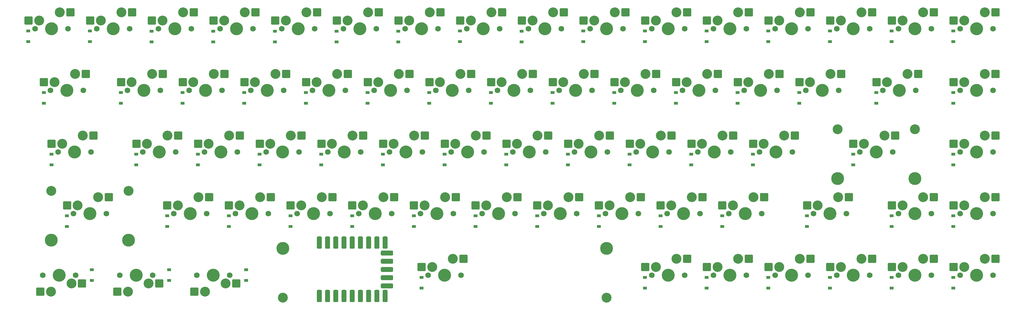
<source format=gbs>
%TF.GenerationSoftware,KiCad,Pcbnew,(6.0.11-0)*%
%TF.CreationDate,2023-07-19T11:20:52+01:00*%
%TF.ProjectId,keybird,6b657962-6972-4642-9e6b-696361645f70,0.3*%
%TF.SameCoordinates,Original*%
%TF.FileFunction,Soldermask,Bot*%
%TF.FilePolarity,Negative*%
%FSLAX46Y46*%
G04 Gerber Fmt 4.6, Leading zero omitted, Abs format (unit mm)*
G04 Created by KiCad (PCBNEW (6.0.11-0)) date 2023-07-19 11:20:52*
%MOMM*%
%LPD*%
G01*
G04 APERTURE LIST*
G04 Aperture macros list*
%AMRoundRect*
0 Rectangle with rounded corners*
0 $1 Rounding radius*
0 $2 $3 $4 $5 $6 $7 $8 $9 X,Y pos of 4 corners*
0 Add a 4 corners polygon primitive as box body*
4,1,4,$2,$3,$4,$5,$6,$7,$8,$9,$2,$3,0*
0 Add four circle primitives for the rounded corners*
1,1,$1+$1,$2,$3*
1,1,$1+$1,$4,$5*
1,1,$1+$1,$6,$7*
1,1,$1+$1,$8,$9*
0 Add four rect primitives between the rounded corners*
20,1,$1+$1,$2,$3,$4,$5,0*
20,1,$1+$1,$4,$5,$6,$7,0*
20,1,$1+$1,$6,$7,$8,$9,0*
20,1,$1+$1,$8,$9,$2,$3,0*%
G04 Aperture macros list end*
%ADD10C,4.000000*%
%ADD11C,1.750000*%
%ADD12C,3.050000*%
%ADD13RoundRect,0.250000X-1.025000X-1.000000X1.025000X-1.000000X1.025000X1.000000X-1.025000X1.000000X0*%
%ADD14C,3.987800*%
%ADD15C,3.048000*%
%ADD16RoundRect,0.250000X1.025000X1.000000X-1.025000X1.000000X-1.025000X-1.000000X1.025000X-1.000000X0*%
%ADD17R,1.200000X0.900000*%
%ADD18RoundRect,0.396875X0.396875X-1.508125X0.396875X1.508125X-0.396875X1.508125X-0.396875X-1.508125X0*%
%ADD19RoundRect,0.396875X-1.508125X-0.396875X1.508125X-0.396875X1.508125X0.396875X-1.508125X0.396875X0*%
G04 APERTURE END LIST*
D10*
%TO.C,SW67*%
X290512500Y-80962500D03*
D11*
X295592500Y-80962500D03*
D12*
X293052500Y-75882500D03*
X286702500Y-78422500D03*
D11*
X285432500Y-80962500D03*
D13*
X283427500Y-78422500D03*
X296354500Y-75882500D03*
%TD*%
D10*
%TO.C,SW30*%
X52387500Y-42862500D03*
D11*
X57467500Y-42862500D03*
D12*
X54927500Y-37782500D03*
X48577500Y-40322500D03*
D11*
X47307500Y-42862500D03*
D13*
X45302500Y-40322500D03*
X58229500Y-37782500D03*
%TD*%
D10*
%TO.C,SW17*%
X309562500Y-23812500D03*
D11*
X314642500Y-23812500D03*
D12*
X312102500Y-18732500D03*
X305752500Y-21272500D03*
D11*
X304482500Y-23812500D03*
D13*
X302477500Y-21272500D03*
X315404500Y-18732500D03*
%TD*%
D10*
%TO.C,SW53*%
X152400000Y-61912500D03*
D11*
X157480000Y-61912500D03*
D12*
X154940000Y-56832500D03*
X148590000Y-59372500D03*
D11*
X147320000Y-61912500D03*
D13*
X145315000Y-59372500D03*
X158242000Y-56832500D03*
%TD*%
D10*
%TO.C,SW12*%
X119062500Y-23812500D03*
D11*
X124142500Y-23812500D03*
D12*
X121602500Y-18732500D03*
X115252500Y-21272500D03*
D11*
X113982500Y-23812500D03*
D13*
X111977500Y-21272500D03*
X124904500Y-18732500D03*
%TD*%
D10*
%TO.C,SW11*%
X80962500Y-23812500D03*
D11*
X86042500Y-23812500D03*
D12*
X83502500Y-18732500D03*
X77152500Y-21272500D03*
D11*
X75882500Y-23812500D03*
D13*
X73877500Y-21272500D03*
X86804500Y-18732500D03*
%TD*%
D10*
%TO.C,SW25*%
X223837500Y-42862500D03*
D11*
X228917500Y-42862500D03*
D12*
X226377500Y-37782500D03*
X220027500Y-40322500D03*
D11*
X218757500Y-42862500D03*
D13*
X216752500Y-40322500D03*
X229679500Y-37782500D03*
%TD*%
D10*
%TO.C,SW84*%
X214312500Y-100012500D03*
D11*
X219392500Y-100012500D03*
D12*
X216852500Y-94932500D03*
X210502500Y-97472500D03*
D11*
X209232500Y-100012500D03*
D13*
X207227500Y-97472500D03*
X220154500Y-94932500D03*
%TD*%
D10*
%TO.C,SW01*%
X61912500Y-23812500D03*
D11*
X66992500Y-23812500D03*
D12*
X64452500Y-18732500D03*
X58102500Y-21272500D03*
D11*
X56832500Y-23812500D03*
D13*
X54827500Y-21272500D03*
X67754500Y-18732500D03*
%TD*%
D10*
%TO.C,SW07*%
X290512500Y-23812500D03*
D11*
X295592500Y-23812500D03*
D12*
X293052500Y-18732500D03*
X286702500Y-21272500D03*
D11*
X285432500Y-23812500D03*
D13*
X283427500Y-21272500D03*
X296354500Y-18732500D03*
%TD*%
D10*
%TO.C,SW10*%
X42862500Y-23812500D03*
D11*
X47942500Y-23812500D03*
D12*
X45402500Y-18732500D03*
X39052500Y-21272500D03*
D11*
X37782500Y-23812500D03*
D13*
X35777500Y-21272500D03*
X48704500Y-18732500D03*
%TD*%
D10*
%TO.C,SW06*%
X252412500Y-23812500D03*
D11*
X257492500Y-23812500D03*
D12*
X254952500Y-18732500D03*
X248602500Y-21272500D03*
D11*
X247332500Y-23812500D03*
D13*
X245327500Y-21272500D03*
X258254500Y-18732500D03*
%TD*%
D12*
%TO.C,SW20*%
X31115000Y-37782500D03*
D10*
X28575000Y-42862500D03*
D11*
X23495000Y-42862500D03*
X33655000Y-42862500D03*
D12*
X24765000Y-40322500D03*
D13*
X21490000Y-40322500D03*
X34417000Y-37782500D03*
%TD*%
D10*
%TO.C,SW83*%
X145256250Y-100012500D03*
D12*
X147796250Y-94932500D03*
D11*
X140176250Y-100012500D03*
D12*
X141446250Y-97472500D03*
D11*
X150336250Y-100012500D03*
D13*
X138171250Y-97472500D03*
X151098250Y-94932500D03*
%TD*%
D12*
%TO.C,SW56*%
X274796250Y-59372500D03*
D10*
X278606250Y-61912500D03*
D12*
X281146250Y-56832500D03*
D11*
X273526250Y-61912500D03*
X283686250Y-61912500D03*
D13*
X271521250Y-59372500D03*
X284448250Y-56832500D03*
%TD*%
D10*
%TO.C,SW31*%
X90487500Y-42862500D03*
D11*
X95567500Y-42862500D03*
D12*
X93027500Y-37782500D03*
X86677500Y-40322500D03*
D11*
X85407500Y-42862500D03*
D13*
X83402500Y-40322500D03*
X96329500Y-37782500D03*
%TD*%
D10*
%TO.C,SW00*%
X23812500Y-23812500D03*
D11*
X28892500Y-23812500D03*
D12*
X26352500Y-18732500D03*
X20002500Y-21272500D03*
D11*
X18732500Y-23812500D03*
D13*
X16727500Y-21272500D03*
X29654500Y-18732500D03*
%TD*%
D10*
%TO.C,SW34*%
X204787500Y-42862500D03*
D11*
X209867500Y-42862500D03*
D12*
X207327500Y-37782500D03*
X200977500Y-40322500D03*
D11*
X199707500Y-42862500D03*
D13*
X197702500Y-40322500D03*
X210629500Y-37782500D03*
%TD*%
D10*
%TO.C,SW05*%
X214312500Y-23812500D03*
D11*
X219392500Y-23812500D03*
D12*
X216852500Y-18732500D03*
X210502500Y-21272500D03*
D11*
X209232500Y-23812500D03*
D13*
X207227500Y-21272500D03*
X220154500Y-18732500D03*
%TD*%
D10*
%TO.C,SW27*%
X309562500Y-42862500D03*
D11*
X314642500Y-42862500D03*
D12*
X312102500Y-37782500D03*
X305752500Y-40322500D03*
D11*
X304482500Y-42862500D03*
D13*
X302477500Y-40322500D03*
X315404500Y-37782500D03*
%TD*%
D10*
%TO.C,SW61*%
X85725000Y-80962500D03*
D11*
X90805000Y-80962500D03*
D12*
X88265000Y-75882500D03*
X81915000Y-78422500D03*
D11*
X80645000Y-80962500D03*
D13*
X78640000Y-78422500D03*
X91567000Y-75882500D03*
%TD*%
D10*
%TO.C,SW76*%
X271462728Y-100012584D03*
D11*
X276542728Y-100012584D03*
D12*
X274002728Y-94932584D03*
X267652728Y-97472584D03*
D11*
X266382728Y-100012584D03*
D13*
X264377728Y-97472584D03*
X277304728Y-94932584D03*
%TD*%
D11*
%TO.C,SW50*%
X36036250Y-61912500D03*
D12*
X27146250Y-59372500D03*
D10*
X30956250Y-61912500D03*
D11*
X25876250Y-61912500D03*
D12*
X33496250Y-56832500D03*
D13*
X23871250Y-59372500D03*
X36798250Y-56832500D03*
%TD*%
D10*
%TO.C,SW44*%
X209550000Y-61912500D03*
D11*
X214630000Y-61912500D03*
D12*
X212090000Y-56832500D03*
X205740000Y-59372500D03*
D11*
X204470000Y-61912500D03*
D13*
X202465000Y-59372500D03*
X215392000Y-56832500D03*
%TD*%
D10*
%TO.C,SW86*%
X252412500Y-100012500D03*
D11*
X257492500Y-100012500D03*
D12*
X254952500Y-94932500D03*
X248602500Y-97472500D03*
D11*
X247332500Y-100012500D03*
D13*
X245327500Y-97472500D03*
X258254500Y-94932500D03*
%TD*%
D14*
%TO.C,ST_SPACE*%
X195256250Y-91787500D03*
D15*
X95256250Y-106997500D03*
D14*
X95256250Y-91787500D03*
D15*
X195256250Y-106997500D03*
%TD*%
D10*
%TO.C,SW40*%
X57150000Y-61912500D03*
D11*
X62230000Y-61912500D03*
D12*
X59690000Y-56832500D03*
X53340000Y-59372500D03*
D11*
X52070000Y-61912500D03*
D13*
X50065000Y-59372500D03*
X62992000Y-56832500D03*
%TD*%
D12*
%TO.C,SW60*%
X31908750Y-78422500D03*
D10*
X35718750Y-80962500D03*
D12*
X38258750Y-75882500D03*
D11*
X30638750Y-80962500D03*
X40798750Y-80962500D03*
D13*
X28633750Y-78422500D03*
X41560750Y-75882500D03*
%TD*%
D10*
%TO.C,SW03*%
X138112500Y-23812500D03*
D11*
X143192500Y-23812500D03*
D12*
X140652500Y-18732500D03*
X134302500Y-21272500D03*
D11*
X133032500Y-23812500D03*
D13*
X131027500Y-21272500D03*
X143954500Y-18732500D03*
%TD*%
D10*
%TO.C,SW33*%
X166687500Y-42862500D03*
D11*
X171767500Y-42862500D03*
D12*
X169227500Y-37782500D03*
X162877500Y-40322500D03*
D11*
X161607500Y-42862500D03*
D13*
X159602500Y-40322500D03*
X172529500Y-37782500D03*
%TD*%
D10*
%TO.C,SW42*%
X133350000Y-61912500D03*
D11*
X138430000Y-61912500D03*
D12*
X135890000Y-56832500D03*
X129540000Y-59372500D03*
D11*
X128270000Y-61912500D03*
D13*
X126265000Y-59372500D03*
X139192000Y-56832500D03*
%TD*%
D10*
%TO.C,SW21*%
X71437500Y-42862500D03*
D11*
X76517500Y-42862500D03*
D12*
X73977500Y-37782500D03*
X67627500Y-40322500D03*
D11*
X66357500Y-42862500D03*
D13*
X64352500Y-40322500D03*
X77279500Y-37782500D03*
%TD*%
D14*
%TO.C,ST_SHIFT*%
X47656750Y-89187500D03*
X23780750Y-89187500D03*
D15*
X23780750Y-73977500D03*
X47656750Y-73977500D03*
%TD*%
D10*
%TO.C,SW23*%
X147637500Y-42862500D03*
D11*
X152717500Y-42862500D03*
D12*
X150177500Y-37782500D03*
X143827500Y-40322500D03*
D11*
X142557500Y-42862500D03*
D13*
X140552500Y-40322500D03*
X153479500Y-37782500D03*
%TD*%
D12*
%TO.C,SW36*%
X288290000Y-37782500D03*
D10*
X285750000Y-42862500D03*
D11*
X280670000Y-42862500D03*
X290830000Y-42862500D03*
D12*
X281940000Y-40322500D03*
D13*
X278665000Y-40322500D03*
X291592000Y-37782500D03*
%TD*%
D10*
%TO.C,SW43*%
X171450000Y-61912500D03*
D11*
X176530000Y-61912500D03*
D12*
X173990000Y-56832500D03*
X167640000Y-59372500D03*
D11*
X166370000Y-61912500D03*
D13*
X164365000Y-59372500D03*
X177292000Y-56832500D03*
%TD*%
D10*
%TO.C,SW35*%
X242887500Y-42862500D03*
D11*
X247967500Y-42862500D03*
D12*
X245427500Y-37782500D03*
X239077500Y-40322500D03*
D11*
X237807500Y-42862500D03*
D13*
X235802500Y-40322500D03*
X248729500Y-37782500D03*
%TD*%
D10*
%TO.C,SW41*%
X95250000Y-61912500D03*
D11*
X100330000Y-61912500D03*
D12*
X97790000Y-56832500D03*
X91440000Y-59372500D03*
D11*
X90170000Y-61912500D03*
D13*
X88165000Y-59372500D03*
X101092000Y-56832500D03*
%TD*%
D10*
%TO.C,SW63*%
X161925000Y-80962500D03*
D11*
X167005000Y-80962500D03*
D12*
X164465000Y-75882500D03*
X158115000Y-78422500D03*
D11*
X156845000Y-80962500D03*
D13*
X154840000Y-78422500D03*
X167767000Y-75882500D03*
%TD*%
D10*
%TO.C,SW65*%
X238125000Y-80962500D03*
D11*
X243205000Y-80962500D03*
D12*
X240665000Y-75882500D03*
X234315000Y-78422500D03*
D11*
X233045000Y-80962500D03*
D13*
X231040000Y-78422500D03*
X243967000Y-75882500D03*
%TD*%
D10*
%TO.C,SW47*%
X309562500Y-61912500D03*
D11*
X314642500Y-61912500D03*
D12*
X312102500Y-56832500D03*
X305752500Y-59372500D03*
D11*
X304482500Y-61912500D03*
D13*
X302477500Y-59372500D03*
X315404500Y-56832500D03*
%TD*%
D10*
%TO.C,SW54*%
X190500000Y-61912500D03*
D11*
X195580000Y-61912500D03*
D12*
X193040000Y-56832500D03*
X186690000Y-59372500D03*
D11*
X185420000Y-61912500D03*
D13*
X183415000Y-59372500D03*
X196342000Y-56832500D03*
%TD*%
D10*
%TO.C,SW52*%
X114300000Y-61912500D03*
D11*
X119380000Y-61912500D03*
D12*
X116840000Y-56832500D03*
X110490000Y-59372500D03*
D11*
X109220000Y-61912500D03*
D13*
X107215000Y-59372500D03*
X120142000Y-56832500D03*
%TD*%
D10*
%TO.C,SW26*%
X261937500Y-42862500D03*
D11*
X267017500Y-42862500D03*
D12*
X264477500Y-37782500D03*
X258127500Y-40322500D03*
D11*
X256857500Y-42862500D03*
D13*
X254852500Y-40322500D03*
X267779500Y-37782500D03*
%TD*%
D10*
%TO.C,SW22*%
X109537500Y-42862500D03*
D11*
X114617500Y-42862500D03*
D12*
X112077500Y-37782500D03*
X105727500Y-40322500D03*
D11*
X104457500Y-42862500D03*
D13*
X102452500Y-40322500D03*
X115379500Y-37782500D03*
%TD*%
D10*
%TO.C,SW55*%
X228600000Y-61912500D03*
D11*
X233680000Y-61912500D03*
D12*
X231140000Y-56832500D03*
X224790000Y-59372500D03*
D11*
X223520000Y-61912500D03*
D13*
X221515000Y-59372500D03*
X234442000Y-56832500D03*
%TD*%
D12*
%TO.C,SW81*%
X47466272Y-105092500D03*
X53816272Y-102552500D03*
D11*
X44926272Y-100012500D03*
X55086272Y-100012500D03*
D10*
X50006272Y-100012500D03*
D16*
X57091272Y-102552500D03*
X44164272Y-105092500D03*
%TD*%
D10*
%TO.C,SW04*%
X176212500Y-23812500D03*
D11*
X181292500Y-23812500D03*
D12*
X178752500Y-18732500D03*
X172402500Y-21272500D03*
D11*
X171132500Y-23812500D03*
D13*
X169127500Y-21272500D03*
X182054500Y-18732500D03*
%TD*%
D10*
%TO.C,SW14*%
X195262500Y-23812500D03*
D11*
X200342500Y-23812500D03*
D12*
X197802500Y-18732500D03*
X191452500Y-21272500D03*
D11*
X190182500Y-23812500D03*
D13*
X188177500Y-21272500D03*
X201104500Y-18732500D03*
%TD*%
D10*
%TO.C,SW87*%
X290512500Y-100012500D03*
D11*
X295592500Y-100012500D03*
D12*
X293052500Y-94932500D03*
X286702500Y-97472500D03*
D11*
X285432500Y-100012500D03*
D13*
X283427500Y-97472500D03*
X296354500Y-94932500D03*
%TD*%
D10*
%TO.C,SW71*%
X104775088Y-80962568D03*
D11*
X109855088Y-80962568D03*
D12*
X107315088Y-75882568D03*
X100965088Y-78422568D03*
D11*
X99695088Y-80962568D03*
D13*
X97690088Y-78422568D03*
X110617088Y-75882568D03*
%TD*%
D10*
%TO.C,SW51*%
X76200000Y-61912500D03*
D11*
X81280000Y-61912500D03*
D12*
X78740000Y-56832500D03*
X72390000Y-59372500D03*
D11*
X71120000Y-61912500D03*
D13*
X69115000Y-59372500D03*
X82042000Y-56832500D03*
%TD*%
D10*
%TO.C,SW72*%
X142875120Y-80962568D03*
D11*
X147955120Y-80962568D03*
D12*
X145415120Y-75882568D03*
X139065120Y-78422568D03*
D11*
X137795120Y-80962568D03*
D13*
X135790120Y-78422568D03*
X148717120Y-75882568D03*
%TD*%
D10*
%TO.C,SW70*%
X66675056Y-80962568D03*
D11*
X71755056Y-80962568D03*
D12*
X69215056Y-75882568D03*
X62865056Y-78422568D03*
D11*
X61595056Y-80962568D03*
D13*
X59590056Y-78422568D03*
X72517056Y-75882568D03*
%TD*%
D10*
%TO.C,SW74*%
X219075184Y-80962568D03*
D11*
X224155184Y-80962568D03*
D12*
X221615184Y-75882568D03*
X215265184Y-78422568D03*
D11*
X213995184Y-80962568D03*
D13*
X211990184Y-78422568D03*
X224917184Y-75882568D03*
%TD*%
D10*
%TO.C,SW45*%
X247650000Y-61912500D03*
D11*
X252730000Y-61912500D03*
D12*
X250190000Y-56832500D03*
X243840000Y-59372500D03*
D11*
X242570000Y-61912500D03*
D13*
X240565000Y-59372500D03*
X253492000Y-56832500D03*
%TD*%
D11*
%TO.C,SW66*%
X269398750Y-80962500D03*
D12*
X260508750Y-78422500D03*
D10*
X264318750Y-80962500D03*
D11*
X259238750Y-80962500D03*
D12*
X266858750Y-75882500D03*
D13*
X257233750Y-78422500D03*
X270160750Y-75882500D03*
%TD*%
D12*
%TO.C,SW82*%
X71278812Y-105158202D03*
X77628812Y-102618202D03*
D11*
X68738812Y-100078202D03*
X78898812Y-100078202D03*
D10*
X73818812Y-100078202D03*
D16*
X80903812Y-102618202D03*
X67976812Y-105158202D03*
%TD*%
D10*
%TO.C,SW57*%
X309562500Y-80962500D03*
D11*
X314642500Y-80962500D03*
D12*
X312102500Y-75882500D03*
X305752500Y-78422500D03*
D11*
X304482500Y-80962500D03*
D13*
X302477500Y-78422500D03*
X315404500Y-75882500D03*
%TD*%
D10*
%TO.C,SW85*%
X233362500Y-100012500D03*
D11*
X238442500Y-100012500D03*
D12*
X235902500Y-94932500D03*
X229552500Y-97472500D03*
D11*
X228282500Y-100012500D03*
D13*
X226277500Y-97472500D03*
X239204500Y-94932500D03*
%TD*%
D14*
%TO.C,ST_ENTER*%
X290544250Y-70137500D03*
X266668250Y-70137500D03*
D15*
X266668250Y-54927500D03*
X290544250Y-54927500D03*
%TD*%
D10*
%TO.C,SW32*%
X128587500Y-42862500D03*
D11*
X133667500Y-42862500D03*
D12*
X131127500Y-37782500D03*
X124777500Y-40322500D03*
D11*
X123507500Y-42862500D03*
D13*
X121502500Y-40322500D03*
X134429500Y-37782500D03*
%TD*%
D10*
%TO.C,SW15*%
X233362500Y-23812500D03*
D11*
X238442500Y-23812500D03*
D12*
X235902500Y-18732500D03*
X229552500Y-21272500D03*
D11*
X228282500Y-23812500D03*
D13*
X226277500Y-21272500D03*
X239204500Y-18732500D03*
%TD*%
D10*
%TO.C,SW02*%
X100012500Y-23812500D03*
D11*
X105092500Y-23812500D03*
D12*
X102552500Y-18732500D03*
X96202500Y-21272500D03*
D11*
X94932500Y-23812500D03*
D13*
X92927500Y-21272500D03*
X105854500Y-18732500D03*
%TD*%
D10*
%TO.C,SW77*%
X309562500Y-100012500D03*
D11*
X314642500Y-100012500D03*
D12*
X312102500Y-94932500D03*
X305752500Y-97472500D03*
D11*
X304482500Y-100012500D03*
D13*
X302477500Y-97472500D03*
X315404500Y-94932500D03*
%TD*%
D10*
%TO.C,SW13*%
X157162500Y-23812500D03*
D11*
X162242500Y-23812500D03*
D12*
X159702500Y-18732500D03*
X153352500Y-21272500D03*
D11*
X152082500Y-23812500D03*
D13*
X150077500Y-21272500D03*
X163004500Y-18732500D03*
%TD*%
D10*
%TO.C,SW73*%
X180975152Y-80962568D03*
D11*
X186055152Y-80962568D03*
D12*
X183515152Y-75882568D03*
X177165152Y-78422568D03*
D11*
X175895152Y-80962568D03*
D13*
X173890152Y-78422568D03*
X186817152Y-75882568D03*
%TD*%
D10*
%TO.C,SW24*%
X185737500Y-42862500D03*
D11*
X190817500Y-42862500D03*
D12*
X188277500Y-37782500D03*
X181927500Y-40322500D03*
D11*
X180657500Y-42862500D03*
D13*
X178652500Y-40322500D03*
X191579500Y-37782500D03*
%TD*%
D10*
%TO.C,SW62*%
X123825000Y-80962500D03*
D11*
X128905000Y-80962500D03*
D12*
X126365000Y-75882500D03*
X120015000Y-78422500D03*
D11*
X118745000Y-80962500D03*
D13*
X116740000Y-78422500D03*
X129667000Y-75882500D03*
%TD*%
D10*
%TO.C,SW16*%
X271462500Y-23812500D03*
D11*
X276542500Y-23812500D03*
D12*
X274002500Y-18732500D03*
X267652500Y-21272500D03*
D11*
X266382500Y-23812500D03*
D13*
X264377500Y-21272500D03*
X277304500Y-18732500D03*
%TD*%
D10*
%TO.C,SW64*%
X200025000Y-80962500D03*
D11*
X205105000Y-80962500D03*
D12*
X202565000Y-75882500D03*
X196215000Y-78422500D03*
D11*
X194945000Y-80962500D03*
D13*
X192940000Y-78422500D03*
X205867000Y-75882500D03*
%TD*%
D12*
%TO.C,SW80*%
X23653772Y-105092500D03*
X30003772Y-102552500D03*
D11*
X21113772Y-100012500D03*
X31273772Y-100012500D03*
D10*
X26193772Y-100012500D03*
D16*
X33278772Y-102552500D03*
X20351772Y-105092500D03*
%TD*%
D17*
%TO.C,D32*%
X121443788Y-43593788D03*
X121443788Y-46893788D03*
%TD*%
%TO.C,D80*%
X36314135Y-101662584D03*
X36314135Y-98362584D03*
%TD*%
%TO.C,D36*%
X278606288Y-43593788D03*
X278606288Y-46893788D03*
%TD*%
%TO.C,D10*%
X35718780Y-24543772D03*
X35718780Y-27843772D03*
%TD*%
%TO.C,D54*%
X183356404Y-62643804D03*
X183356404Y-65943804D03*
%TD*%
%TO.C,D64*%
X192881412Y-81693820D03*
X192881412Y-84993820D03*
%TD*%
%TO.C,D22*%
X102393788Y-43593788D03*
X102393788Y-46893788D03*
%TD*%
%TO.C,D71*%
X97631332Y-81693820D03*
X97631332Y-84993820D03*
%TD*%
%TO.C,D16*%
X264318972Y-24498459D03*
X264318972Y-27798459D03*
%TD*%
%TO.C,D11*%
X73818796Y-24593772D03*
X73818796Y-27893772D03*
%TD*%
%TO.C,D27*%
X302418788Y-43593788D03*
X302418788Y-46893788D03*
%TD*%
%TO.C,D26*%
X254793788Y-43593788D03*
X254793788Y-46893788D03*
%TD*%
%TO.C,D34*%
X197643788Y-43593788D03*
X197643788Y-46893788D03*
%TD*%
%TO.C,D84*%
X207168924Y-100743836D03*
X207168924Y-104043836D03*
%TD*%
%TO.C,D76*%
X264318972Y-100743836D03*
X264318972Y-104043836D03*
%TD*%
%TO.C,D65*%
X230981444Y-81693820D03*
X230981444Y-84993820D03*
%TD*%
%TO.C,D70*%
X59531300Y-81693820D03*
X59531300Y-84993820D03*
%TD*%
%TO.C,D15*%
X226218796Y-24540598D03*
X226218796Y-27840598D03*
%TD*%
%TO.C,D13*%
X150018876Y-24491452D03*
X150018876Y-27791452D03*
%TD*%
%TO.C,D01*%
X54768796Y-24593772D03*
X54768796Y-27893772D03*
%TD*%
%TO.C,D42*%
X126206356Y-62643804D03*
X126206356Y-65943804D03*
%TD*%
%TO.C,D24*%
X178593788Y-43593788D03*
X178593788Y-46893788D03*
%TD*%
%TO.C,D07*%
X283368796Y-24540598D03*
X283368796Y-27840598D03*
%TD*%
%TO.C,D45*%
X240506452Y-62643804D03*
X240506452Y-65943804D03*
%TD*%
%TO.C,D57*%
X302419004Y-81693820D03*
X302419004Y-84993820D03*
%TD*%
%TO.C,D20*%
X21431268Y-43593788D03*
X21431268Y-46893788D03*
%TD*%
%TO.C,D44*%
X202406420Y-62643804D03*
X202406420Y-65943804D03*
%TD*%
%TO.C,D74*%
X211931428Y-81693820D03*
X211931428Y-84993820D03*
%TD*%
%TO.C,D56*%
X271462728Y-62643804D03*
X271462728Y-65943804D03*
%TD*%
%TO.C,D61*%
X78581316Y-81693820D03*
X78581316Y-84993820D03*
%TD*%
%TO.C,D14*%
X188118796Y-24495309D03*
X188118796Y-27795309D03*
%TD*%
%TO.C,D21*%
X64293788Y-43593788D03*
X64293788Y-46893788D03*
%TD*%
%TO.C,D00*%
X16668764Y-24543772D03*
X16668764Y-27843772D03*
%TD*%
%TO.C,D23*%
X140493788Y-43593788D03*
X140493788Y-46893788D03*
%TD*%
%TO.C,D77*%
X302419004Y-100743836D03*
X302419004Y-104043836D03*
%TD*%
%TO.C,D62*%
X116681348Y-81693820D03*
X116681348Y-84993820D03*
%TD*%
%TO.C,D47*%
X302419004Y-62643804D03*
X302419004Y-65943804D03*
%TD*%
%TO.C,D06*%
X245268956Y-24543772D03*
X245268956Y-27843772D03*
%TD*%
%TO.C,D35*%
X235743788Y-43593788D03*
X235743788Y-46893788D03*
%TD*%
%TO.C,D31*%
X83343788Y-43593788D03*
X83343788Y-46893788D03*
%TD*%
%TO.C,D82*%
X83939133Y-101662584D03*
X83939133Y-98362584D03*
%TD*%
D18*
%TO.C,U1*%
X106521348Y-106505000D03*
X109061348Y-106505000D03*
X111601348Y-106505000D03*
X114141348Y-106505000D03*
X116681348Y-106505000D03*
X119221348Y-106505000D03*
X121761348Y-106505000D03*
X124301348Y-106505000D03*
X126841348Y-106505000D03*
D19*
X127476348Y-103330000D03*
X127476348Y-100790000D03*
X127476348Y-98250000D03*
X127476348Y-95710000D03*
X127476348Y-93170000D03*
D18*
X126841348Y-89995000D03*
X124301348Y-89995000D03*
X121761348Y-89995000D03*
X119221348Y-89995000D03*
X116681348Y-89995000D03*
X114141348Y-89995000D03*
X111601348Y-89995000D03*
X109061348Y-89995000D03*
X106521348Y-89995000D03*
%TD*%
D17*
%TO.C,D04*%
X169068892Y-24635228D03*
X169068892Y-27935228D03*
%TD*%
%TO.C,D87*%
X283368988Y-100743836D03*
X283368988Y-104043836D03*
%TD*%
%TO.C,D30*%
X45243788Y-43593788D03*
X45243788Y-46893788D03*
%TD*%
%TO.C,D40*%
X50006292Y-62643804D03*
X50006292Y-65943804D03*
%TD*%
%TO.C,D43*%
X164306388Y-62643804D03*
X164306388Y-65943804D03*
%TD*%
%TO.C,D12*%
X111918796Y-24593772D03*
X111918796Y-27893772D03*
%TD*%
%TO.C,D41*%
X88106324Y-62643804D03*
X88106324Y-65943804D03*
%TD*%
%TO.C,D17*%
X302419056Y-24540598D03*
X302419056Y-27840598D03*
%TD*%
%TO.C,D33*%
X159543788Y-43593788D03*
X159543788Y-46893788D03*
%TD*%
%TO.C,D25*%
X216693788Y-43593788D03*
X216693788Y-46893788D03*
%TD*%
%TO.C,D63*%
X154781380Y-81693820D03*
X154781380Y-84993820D03*
%TD*%
%TO.C,D60*%
X28575024Y-81693820D03*
X28575024Y-84993820D03*
%TD*%
%TO.C,D02*%
X92868796Y-24593772D03*
X92868796Y-27893772D03*
%TD*%
%TO.C,D67*%
X283368988Y-81693820D03*
X283368988Y-84993820D03*
%TD*%
%TO.C,D03*%
X130968912Y-24593772D03*
X130968912Y-27893772D03*
%TD*%
%TO.C,D50*%
X23812520Y-62643804D03*
X23812520Y-65943804D03*
%TD*%
%TO.C,D51*%
X69056308Y-62643804D03*
X69056308Y-65943804D03*
%TD*%
%TO.C,D52*%
X107156340Y-62643804D03*
X107156340Y-65943804D03*
%TD*%
%TO.C,D83*%
X138112616Y-100743836D03*
X138112616Y-104043836D03*
%TD*%
%TO.C,D73*%
X173831396Y-81693820D03*
X173831396Y-84993820D03*
%TD*%
%TO.C,D53*%
X145256372Y-62643804D03*
X145256372Y-65943804D03*
%TD*%
%TO.C,D72*%
X135731364Y-81693820D03*
X135731364Y-84993820D03*
%TD*%
%TO.C,D86*%
X245268956Y-100743836D03*
X245268956Y-104043836D03*
%TD*%
%TO.C,D66*%
X257175216Y-81693820D03*
X257175216Y-84993820D03*
%TD*%
%TO.C,D85*%
X226218940Y-100743836D03*
X226218940Y-104043836D03*
%TD*%
%TO.C,D55*%
X221456436Y-62643804D03*
X221456436Y-65943804D03*
%TD*%
%TO.C,D81*%
X60126655Y-101662584D03*
X60126655Y-98362584D03*
%TD*%
%TO.C,D05*%
X207168796Y-24495309D03*
X207168796Y-27795309D03*
%TD*%
M02*

</source>
